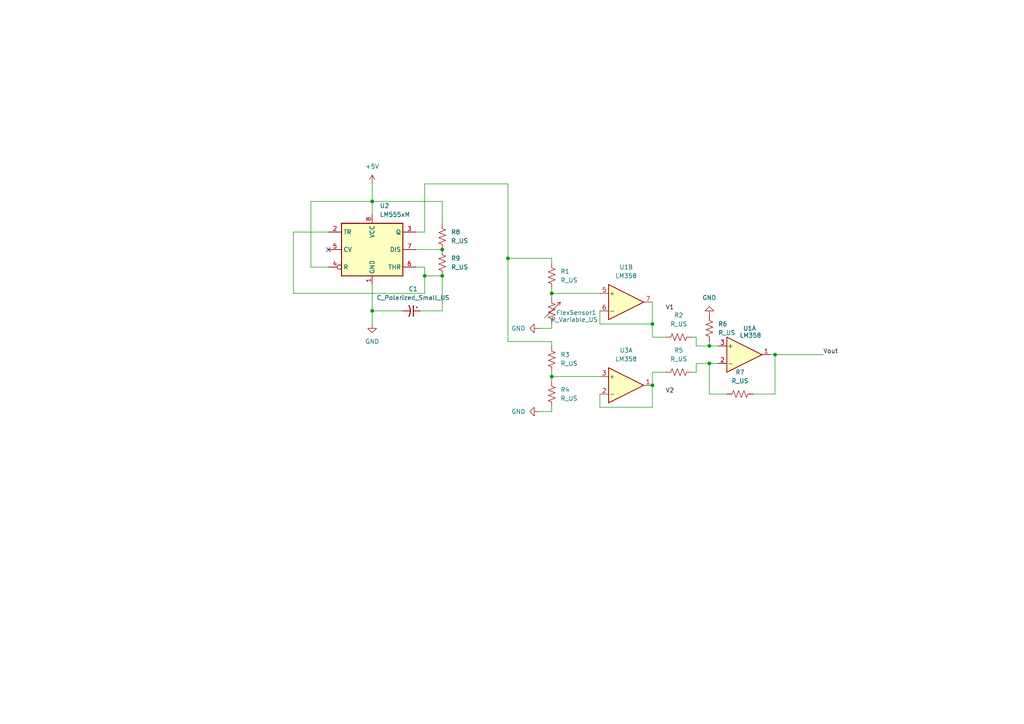
<source format=kicad_sch>
(kicad_sch (version 20231120) (generator "eeschema") (generator_version "8.0")
  (paper "A4")
  (lib_symbols
    (symbol "Amplifier_Operational:LM358" (pin_names (offset 0.127))
      (property "Reference" "U" (at 0 5.08 0))
      (property "Value" "LM358" (at 0 -5.08 0))
      (symbol "LM358_1_1"
        (polyline (pts (xy -5.08 5.08) (xy 5.08 0) (xy -5.08 -5.08) (xy -5.08 5.08)) (stroke (width 0.254)) (fill (type background)))
        (pin output line (at 7.62 0 180) (length 2.54) (name "~") (number "1"))
        (pin input line (at -7.62 -2.54 0) (length 2.54) (name "-") (number "2"))
        (pin input line (at -7.62 2.54 0) (length 2.54) (name "+") (number "3"))
      )
      (symbol "LM358_2_1"
        (polyline (pts (xy -5.08 5.08) (xy 5.08 0) (xy -5.08 -5.08) (xy -5.08 5.08)) (stroke (width 0.254)) (fill (type background)))
        (pin input line (at -7.62 2.54 0) (length 2.54) (name "+") (number "5"))
        (pin input line (at -7.62 -2.54 0) (length 2.54) (name "-") (number "6"))
        (pin output line (at 7.62 0 180) (length 2.54) (name "~") (number "7"))
      )
      (symbol "LM358_3_1"
        (pin power_in line (at -2.54 -7.62 90) (length 3.81) (name "V-") (number "4"))
        (pin power_in line (at -2.54 7.62 270) (length 3.81) (name "V+") (number "8"))
      )
    )
    (symbol "Device:C_Polarized_Small_US" (pin_numbers hide) (pin_names (offset 0.254) hide)
      (property "Reference" "C" (at 0.254 1.778 0))
      (property "Value" "C_Polarized_Small_US" (at 0.254 -2.032 0))
      (symbol "C_Polarized_Small_US_0_1"
        (polyline (pts (xy -1.524 0.508) (xy 1.524 0.508)) (stroke (width 0.3048)))
        (polyline (pts (xy -1.27 1.524) (xy -0.762 1.524)))
        (polyline (pts (xy -1.016 1.27) (xy -1.016 1.778)))
        (arc (start 1.524 -0.762) (mid 0 -0.3734) (end -1.524 -0.762) (stroke (width 0.3048)))
      )
      (symbol "C_Polarized_Small_US_1_1"
        (pin passive line (at 0 2.54 270) (length 2.032) (name "~") (number "1"))
        (pin passive line (at 0 -2.54 90) (length 2.032) (name "~") (number "2"))
      )
    )
    (symbol "Device:R_US" (pin_numbers hide) (pin_names (offset 0))
      (property "Reference" "R" (at 2.54 0 90))
      (property "Value" "R_US" (at -2.54 0 90))
      (symbol "R_US_0_1"
        (polyline (pts (xy 0 -2.286) (xy 0 -2.54)))
        (polyline (pts (xy 0 2.286) (xy 0 2.54)))
        (polyline (pts (xy 0 -0.762) (xy 1.016 -1.143) (xy 0 -1.524) (xy -1.016 -1.905) (xy 0 -2.286)))
        (polyline (pts (xy 0 0.762) (xy 1.016 0.381) (xy 0 0) (xy -1.016 -0.381) (xy 0 -0.762)))
        (polyline (pts (xy 0 2.286) (xy 1.016 1.905) (xy 0 1.524) (xy -1.016 1.143) (xy 0 0.762)))
      )
      (symbol "R_US_1_1"
        (pin passive line (at 0 3.81 270) (length 1.27) (name "~") (number "1"))
        (pin passive line (at 0 -3.81 90) (length 1.27) (name "~") (number "2"))
      )
    )
    (symbol "Device:R_Variable_US" (pin_numbers hide) (pin_names (offset 0))
      (property "Reference" "R" (at 2.54 -2.54 90))
      (property "Value" "R_Variable_US" (at -2.54 -1.27 90))
      (symbol "R_Variable_US_0_1"
        (polyline (pts (xy 0 -2.286) (xy 0 -2.54)))
        (polyline (pts (xy 0 2.286) (xy 0 2.54)))
        (polyline (pts (xy 0 -0.762) (xy 1.016 -1.143) (xy 0 -1.524) (xy -1.016 -1.905) (xy 0 -2.286)))
        (polyline (pts (xy 0 0.762) (xy 1.016 0.381) (xy 0 0) (xy -1.016 -0.381) (xy 0 -0.762)))
        (polyline (pts (xy 0 2.286) (xy 1.016 1.905) (xy 0 1.524) (xy -1.016 1.143) (xy 0 0.762)) (stroke (width 0.1524)))
        (polyline (pts (xy 2.286 1.524) (xy 2.54 2.54) (xy 1.524 2.286) (xy 2.54 2.54) (xy -2.032 -2.032)) (stroke (width 0.1524)))
      )
      (symbol "R_Variable_US_1_1"
        (pin passive line (at 0 3.81 270) (length 1.27) (name "~") (number "1"))
        (pin passive line (at 0 -3.81 90) (length 1.27) (name "~") (number "2"))
      )
    )
    (symbol "Timer:LM555xM"
      (property "Reference" "U" (at -10.16 8.89 0))
      (property "Value" "LM555xM" (at 2.54 8.89 0))
      (symbol "LM555xM_0_0"
        (pin power_in line (at 0 -10.16 90) (length 2.54) (name "GND") (number "1"))
        (pin power_in line (at 0 10.16 270) (length 2.54) (name "VCC") (number "8"))
      )
      (symbol "LM555xM_0_1"
        (rectangle (start -8.89 -7.62) (end 8.89 7.62) (stroke (width 0.254)) (fill (type background)))
        (rectangle (start -8.89 -7.62) (end 8.89 7.62) (stroke (width 0.254)) (fill (type background)))
      )
      (symbol "LM555xM_1_1"
        (pin input line (at -12.7 5.08 0) (length 3.81) (name "TR") (number "2"))
        (pin output line (at 12.7 5.08 180) (length 3.81) (name "Q") (number "3"))
        (pin input inverted (at -12.7 -5.08 0) (length 3.81) (name "R") (number "4"))
        (pin input line (at -12.7 0 0) (length 3.81) (name "CV") (number "5"))
        (pin input line (at 12.7 -5.08 180) (length 3.81) (name "THR") (number "6"))
        (pin input line (at 12.7 0 180) (length 3.81) (name "DIS") (number "7"))
      )
    )
    (symbol "power:+5V" (power) (pin_numbers hide) (pin_names (offset 0) hide)
      (property "Value" "+5V" (at 0 3.556 0))
      (symbol "+5V_0_1"
        (polyline (pts (xy -0.762 1.27) (xy 0 2.54)))
        (polyline (pts (xy 0 0) (xy 0 2.54)))
        (polyline (pts (xy 0 2.54) (xy 0.762 1.27)))
      )
      (symbol "+5V_1_1"
        (pin power_in line (at 0 0 90) (length 0) (name "~") (number "1"))
      )
    )
    (symbol "power:GND" (power) (pin_numbers hide) (pin_names (offset 0) hide)
      (property "Value" "GND" (at 0 -3.81 0))
      (symbol "GND_0_1"
        (polyline (pts (xy 0 0) (xy 0 -1.27) (xy 1.27 -1.27) (xy 0 -2.54) (xy -1.27 -1.27) (xy 0 -1.27)))
      )
      (symbol "GND_1_1"
        (pin power_in line (at 0 0 270) (length 0) (name "~") (number "1"))
      )
    )
  )
  (junction (at 189.23 111.76))
  (junction (at 107.95 90.17))
  (junction (at 160.02 109.22))
  (junction (at 205.74 105.41))
  (junction (at 128.27 80.01))
  (junction (at 107.95 58.42))
  (junction (at 128.27 72.39))
  (junction (at 224.79 102.87))
  (junction (at 189.23 93.98))
  (junction (at 147.32 74.93))
  (junction (at 160.02 85.09))
  (junction (at 205.74 100.33))
  (junction (at 123.19 80.01))
  (no_connect (at 95.25 72.39))
  (wire (pts (xy 201.93 97.79) (xy 201.93 100.33)))
  (wire (pts (xy 147.32 53.34) (xy 147.32 74.93)))
  (wire (pts (xy 200.66 97.79) (xy 201.93 97.79)))
  (wire (pts (xy 85.09 85.09) (xy 123.19 85.09)))
  (wire (pts (xy 160.02 74.93) (xy 160.02 76.2)))
  (wire (pts (xy 205.74 105.41) (xy 208.28 105.41)))
  (wire (pts (xy 201.93 107.95) (xy 201.93 105.41)))
  (wire (pts (xy 147.32 74.93) (xy 160.02 74.93)))
  (wire (pts (xy 205.74 100.33) (xy 208.28 100.33)))
  (wire (pts (xy 95.25 67.31) (xy 85.09 67.31)))
  (wire (pts (xy 160.02 118.11) (xy 160.02 119.38)))
  (wire (pts (xy 189.23 93.98) (xy 189.23 97.79)))
  (wire (pts (xy 95.25 77.47) (xy 90.17 77.47)))
  (wire (pts (xy 189.23 97.79) (xy 193.04 97.79)))
  (wire (pts (xy 128.27 90.17) (xy 121.92 90.17)))
  (wire (pts (xy 90.17 58.42) (xy 107.95 58.42)))
  (wire (pts (xy 173.99 93.98) (xy 173.99 90.17)))
  (wire (pts (xy 147.32 74.93) (xy 147.32 99.06)))
  (wire (pts (xy 160.02 85.09) (xy 173.99 85.09)))
  (wire (pts (xy 205.74 99.06) (xy 205.74 100.33)))
  (wire (pts (xy 120.65 67.31) (xy 123.19 67.31)))
  (wire (pts (xy 128.27 80.01) (xy 128.27 90.17)))
  (wire (pts (xy 107.95 58.42) (xy 107.95 62.23)))
  (wire (pts (xy 189.23 87.63) (xy 189.23 93.98)))
  (wire (pts (xy 205.74 114.3) (xy 205.74 105.41)))
  (wire (pts (xy 128.27 80.01) (xy 123.19 80.01)))
  (wire (pts (xy 189.23 111.76) (xy 189.23 107.95)))
  (wire (pts (xy 160.02 93.98) (xy 160.02 95.25)))
  (wire (pts (xy 223.52 102.87) (xy 224.79 102.87)))
  (wire (pts (xy 160.02 107.95) (xy 160.02 109.22)))
  (wire (pts (xy 123.19 67.31) (xy 123.19 53.34)))
  (wire (pts (xy 173.99 118.11) (xy 173.99 114.3)))
  (wire (pts (xy 189.23 107.95) (xy 193.04 107.95)))
  (wire (pts (xy 90.17 77.47) (xy 90.17 58.42)))
  (wire (pts (xy 224.79 114.3) (xy 224.79 102.87)))
  (wire (pts (xy 123.19 77.47) (xy 120.65 77.47)))
  (wire (pts (xy 224.79 102.87) (xy 238.76 102.87)))
  (wire (pts (xy 107.95 90.17) (xy 116.84 90.17)))
  (wire (pts (xy 107.95 82.55) (xy 107.95 90.17)))
  (wire (pts (xy 160.02 85.09) (xy 160.02 86.36)))
  (wire (pts (xy 160.02 83.82) (xy 160.02 85.09)))
  (wire (pts (xy 201.93 100.33) (xy 205.74 100.33)))
  (wire (pts (xy 210.82 114.3) (xy 205.74 114.3)))
  (wire (pts (xy 160.02 95.25) (xy 156.21 95.25)))
  (wire (pts (xy 120.65 72.39) (xy 128.27 72.39)))
  (wire (pts (xy 160.02 109.22) (xy 160.02 110.49)))
  (wire (pts (xy 189.23 93.98) (xy 173.99 93.98)))
  (wire (pts (xy 128.27 58.42) (xy 128.27 64.77)))
  (wire (pts (xy 160.02 109.22) (xy 173.99 109.22)))
  (wire (pts (xy 123.19 85.09) (xy 123.19 80.01)))
  (wire (pts (xy 123.19 80.01) (xy 123.19 77.47)))
  (wire (pts (xy 160.02 99.06) (xy 160.02 100.33)))
  (wire (pts (xy 85.09 67.31) (xy 85.09 85.09)))
  (wire (pts (xy 201.93 105.41) (xy 205.74 105.41)))
  (wire (pts (xy 189.23 118.11) (xy 173.99 118.11)))
  (wire (pts (xy 123.19 53.34) (xy 147.32 53.34)))
  (wire (pts (xy 107.95 53.34) (xy 107.95 58.42)))
  (wire (pts (xy 218.44 114.3) (xy 224.79 114.3)))
  (wire (pts (xy 160.02 119.38) (xy 156.21 119.38)))
  (wire (pts (xy 107.95 90.17) (xy 107.95 93.98)))
  (wire (pts (xy 107.95 58.42) (xy 128.27 58.42)))
  (wire (pts (xy 147.32 99.06) (xy 160.02 99.06)))
  (wire (pts (xy 189.23 111.76) (xy 189.23 118.11)))
  (wire (pts (xy 200.66 107.95) (xy 201.93 107.95)))
  (label "V1" (at 193.04 90.17 0))
  (label "V2" (at 193.04 114.3 0))
  (label "Vout" (at 238.76 102.87 0))
  (symbol (lib_id "Device:R_US") (at 160.02 114.3 0) (unit 1)
    (property "Reference" "R4" (at 162.56 113.0299 0) (effects (justify left)))
    (property "Value" "R_US" (at 162.56 115.5699 0) (effects (justify left)))
    (property "Description" "Resistor, US symbol" (effects (hide yes)))
  )
  (symbol (lib_id "Device:R_US") (at 196.85 107.95 90) (unit 1)
    (property "Reference" "R5" (at 196.85 101.6 90))
    (property "Value" "R_US" (at 196.85 104.14 90))
    (property "Description" "Resistor, US symbol" (effects (hide yes)))
  )
  (symbol (lib_id "power:GND") (at 156.21 95.25 270) (unit 1)
    (property "Reference" "#PWR02" (effects (hide yes)))
    (property "Value" "GND" (at 152.4 95.2499 90) (effects (justify right)))
    (property "Description" "Power symbol creates a global label with name \"GND\" , ground" (effects (hide yes)))
  )
  (symbol (lib_id "power:GND") (at 107.95 93.98 0) (unit 1)
    (property "Reference" "#PWR01" (effects (hide yes)))
    (property "Value" "GND" (at 107.95 99.06 0))
    (property "Description" "Power symbol creates a global label with name \"GND\" , ground" (effects (hide yes)))
  )
  (symbol (lib_id "Device:R_Variable_US") (at 160.02 90.17 0) (unit 1)
    (property "Reference" "FlexSensor1" (at 161.29 90.678 0) (effects (justify left)))
    (property "Value" "R_Variable_US" (at 159.766 92.71 0) (effects (justify left)))
    (property "Description" "Variable resistor, US symbol" (effects (hide yes)))
  )
  (symbol (lib_id "Amplifier_Operational:LM358") (at 181.61 111.76 0) (unit 1)
    (property "Reference" "U3" (at 181.61 101.6 0))
    (property "Value" "LM358" (at 181.61 104.14 0))
    (property "Datasheet" "http://www.ti.com/lit/ds/symlink/lm2904-n.pdf" (effects (hide yes)))
    (property "Description" "Low-Power, Dual Operational Amplifiers, DIP-8/SOIC-8/TO-99-8" (effects (hide yes)))
  )
  (symbol (lib_id "Device:R_US") (at 214.63 114.3 90) (unit 1)
    (property "Reference" "R7" (at 214.63 107.95 90))
    (property "Value" "R_US" (at 214.63 110.49 90))
    (property "Description" "Resistor, US symbol" (effects (hide yes)))
  )
  (symbol (lib_id "power:+5V") (at 107.95 53.34 0) (unit 1)
    (property "Reference" "#PWR03" (effects (hide yes)))
    (property "Value" "+5V" (at 107.95 48.26 0))
    (property "Description" "Power symbol creates a global label with name \"+5V\"" (effects (hide yes)))
  )
  (symbol (lib_id "Timer:LM555xM") (at 107.95 72.39 0) (unit 1)
    (property "Reference" "U2" (at 110.1441 59.69 0) (effects (justify left)))
    (property "Value" "LM555xM" (at 110.1441 62.23 0) (effects (justify left)))
    (property "Footprint" "Package_SO:SOIC-8_3.9x4.9mm_P1.27mm" (effects (hide yes)))
    (property "Datasheet" "http://www.ti.com/lit/ds/symlink/lm555.pdf" (effects (hide yes)))
    (property "Description" "Timer, 555 compatible, SOIC-8" (effects (hide yes)))
  )
  (symbol (lib_id "Device:R_US") (at 128.27 76.2 0) (unit 1)
    (property "Reference" "R9" (at 130.81 74.9299 0) (effects (justify left)))
    (property "Value" "R_US" (at 130.81 77.4699 0) (effects (justify left)))
    (property "Description" "Resistor, US symbol" (effects (hide yes)))
  )
  (symbol (lib_id "power:GND") (at 156.21 119.38 270) (unit 1)
    (property "Reference" "#PWR04" (effects (hide yes)))
    (property "Value" "GND" (at 152.4 119.3799 90) (effects (justify right)))
    (property "Description" "Power symbol creates a global label with name \"GND\" , ground" (effects (hide yes)))
  )
  (symbol (lib_id "Amplifier_Operational:LM358") (at 215.9 102.87 0) (unit 1)
    (property "Reference" "U1" (at 217.424 95.25 0))
    (property "Value" "LM358" (at 217.678 97.282 0))
    (property "Datasheet" "http://www.ti.com/lit/ds/symlink/lm2904-n.pdf" (effects (hide yes)))
    (property "Description" "Low-Power, Dual Operational Amplifiers, DIP-8/SOIC-8/TO-99-8" (effects (hide yes)))
  )
  (symbol (lib_id "Device:R_US") (at 160.02 104.14 0) (unit 1)
    (property "Reference" "R3" (at 162.56 102.8699 0) (effects (justify left)))
    (property "Value" "R_US" (at 162.56 105.4099 0) (effects (justify left)))
    (property "Description" "Resistor, US symbol" (effects (hide yes)))
  )
  (symbol (lib_id "Device:R_US") (at 196.85 97.79 90) (unit 1)
    (property "Reference" "R2" (at 196.85 91.44 90))
    (property "Value" "R_US" (at 196.85 93.98 90))
    (property "Description" "Resistor, US symbol" (effects (hide yes)))
  )
  (symbol (lib_id "power:GND") (at 205.74 91.44 180) (unit 1)
    (property "Reference" "#PWR05" (effects (hide yes)))
    (property "Value" "GND" (at 205.74 86.36 0))
    (property "Description" "Power symbol creates a global label with name \"GND\" , ground" (effects (hide yes)))
  )
  (symbol (lib_id "Device:R_US") (at 160.02 80.01 0) (unit 1)
    (property "Reference" "R1" (at 162.56 78.7399 0) (effects (justify left)))
    (property "Value" "R_US" (at 162.56 81.2799 0) (effects (justify left)))
    (property "Description" "Resistor, US symbol" (effects (hide yes)))
  )
  (symbol (lib_id "Device:R_US") (at 205.74 95.25 0) (unit 1)
    (property "Reference" "R6" (at 208.28 93.9799 0) (effects (justify left)))
    (property "Value" "R_US" (at 208.28 96.5199 0) (effects (justify left)))
    (property "Description" "Resistor, US symbol" (effects (hide yes)))
  )
  (symbol (lib_id "Device:C_Polarized_Small_US") (at 119.38 90.17 270) (unit 1)
    (property "Reference" "C1" (at 119.8118 83.82 90))
    (property "Value" "C_Polarized_Small_US" (at 119.8118 86.36 90))
    (property "Description" "Polarized capacitor, small US symbol" (effects (hide yes)))
  )
  (symbol (lib_id "Amplifier_Operational:LM358") (at 181.61 87.63 0) (unit 2)
    (property "Reference" "U1" (at 181.61 77.47 0))
    (property "Value" "LM358" (at 181.61 80.01 0))
    (property "Datasheet" "http://www.ti.com/lit/ds/symlink/lm2904-n.pdf" (effects (hide yes)))
    (property "Description" "Low-Power, Dual Operational Amplifiers, DIP-8/SOIC-8/TO-99-8" (effects (hide yes)))
  )
  (symbol (lib_id "Device:R_US") (at 128.27 68.58 0) (unit 1)
    (property "Reference" "R8" (at 130.81 67.3099 0) (effects (justify left)))
    (property "Value" "R_US" (at 130.81 69.8499 0) (effects (justify left)))
    (property "Description" "Resistor, US symbol" (effects (hide yes)))
  )
)
</source>
